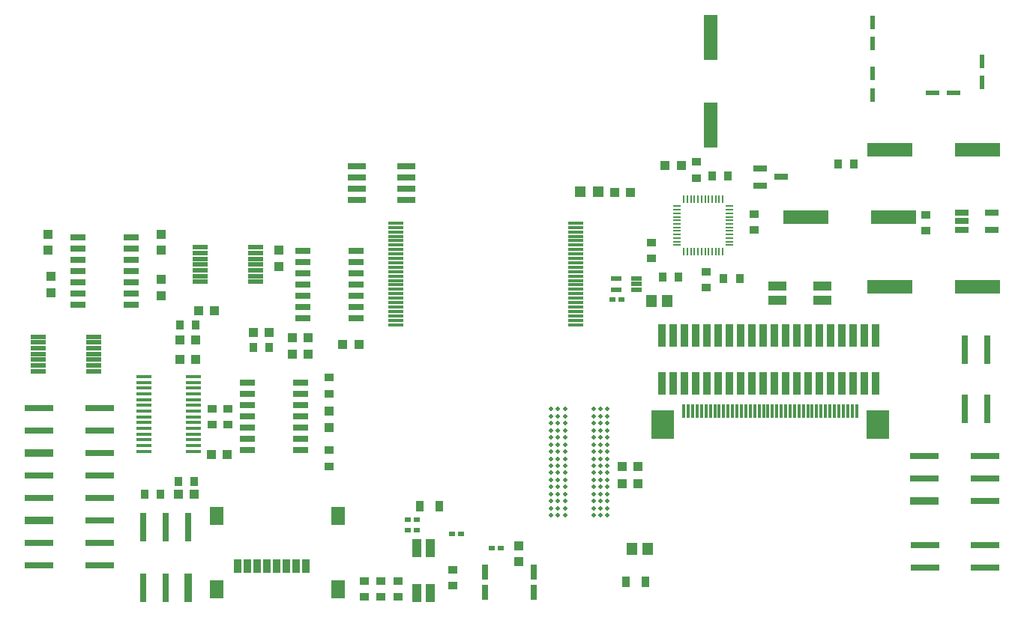
<source format=gbr>
G04 Layer_Color=8421504*
%FSLAX45Y45*%
%MOMM*%
%TF.FileFunction,Paste,Top*%
%TF.Part,Single*%
G01*
G75*
%TA.AperFunction,SMDPad,CuDef*%
%ADD21R,1.50000X0.60000*%
%ADD22R,1.70000X0.70000*%
%ADD23R,2.00000X0.70000*%
%ADD26R,1.50000X0.70000*%
%ADD31R,0.60000X1.50000*%
%ADD38R,3.20000X0.80000*%
%ADD39R,0.80000X3.20000*%
%ADD42R,1.20000X1.20000*%
%ADD117R,1.30000X0.50000*%
%ADD118R,1.80000X0.40000*%
%ADD119R,1.24300X1.37000*%
%ADD120R,0.90000X1.30000*%
%ADD121R,1.10000X1.10000*%
%ADD122R,1.10000X1.10000*%
%ADD123R,0.90000X1.10000*%
%TA.AperFunction,BGAPad,CuDef*%
%ADD124C,0.50000*%
%TA.AperFunction,SMDPad,CuDef*%
%ADD125R,0.65000X0.55000*%
%ADD126R,1.10000X0.90000*%
%ADD127R,1.80000X0.50000*%
%ADD128R,0.90000X2.60000*%
%ADD129R,0.95000X0.29000*%
%ADD130R,0.29000X0.95000*%
%ADD131R,1.50000X0.80000*%
%ADD132R,1.55000X2.10000*%
%ADD133R,0.90000X1.60000*%
%ADD134R,0.40000X1.60000*%
%ADD135R,2.60000X3.30000*%
%ADD136R,1.60000X5.10000*%
%ADD137R,5.10000X1.60000*%
%ADD138R,3.30000X0.90000*%
%ADD139R,0.90000X3.30000*%
%ADD140R,1.70000X0.45000*%
%ADD141R,2.10000X1.10000*%
%ADD142R,1.10000X2.10000*%
%ADD143R,0.80000X1.70000*%
G36*
X10747499Y10942500D02*
X10667500D01*
Y10957500D01*
X10747499D01*
Y10942500D01*
D02*
G37*
G36*
X10152499Y10982500D02*
X10072500D01*
Y10997500D01*
X10152499D01*
Y10982500D01*
D02*
G37*
G36*
X10747499D02*
X10667500D01*
Y10997500D01*
X10747499D01*
Y10982500D01*
D02*
G37*
G36*
X10152499Y10902500D02*
X10072500D01*
Y10917500D01*
X10152499D01*
Y10902500D01*
D02*
G37*
G36*
X10747499D02*
X10667500D01*
Y10917500D01*
X10747499D01*
Y10902500D01*
D02*
G37*
G36*
X10152499Y10942500D02*
X10072500D01*
Y10957500D01*
X10152499D01*
Y10942500D01*
D02*
G37*
G36*
X10747499Y11062500D02*
X10667500D01*
Y11077500D01*
X10747499D01*
Y11062500D01*
D02*
G37*
G36*
X10152499Y11102500D02*
X10072500D01*
Y11117500D01*
X10152499D01*
Y11102500D01*
D02*
G37*
G36*
X10747499D02*
X10667500D01*
Y11117500D01*
X10747499D01*
Y11102500D01*
D02*
G37*
G36*
X10152499Y11022500D02*
X10072500D01*
Y11037500D01*
X10152499D01*
Y11022500D01*
D02*
G37*
G36*
X10747499D02*
X10667500D01*
Y11037500D01*
X10747499D01*
Y11022500D01*
D02*
G37*
G36*
X10152499Y11062500D02*
X10072500D01*
Y11077500D01*
X10152499D01*
Y11062500D01*
D02*
G37*
G36*
X10317500Y10792500D02*
X10302500D01*
Y10872500D01*
X10317500D01*
Y10792500D01*
D02*
G37*
G36*
X10357499D02*
X10342500D01*
Y10872500D01*
X10357499D01*
Y10792500D01*
D02*
G37*
G36*
X10397499D02*
X10382499D01*
Y10872500D01*
X10397499D01*
Y10792500D01*
D02*
G37*
G36*
X10197500D02*
X10182500D01*
Y10872500D01*
X10197500D01*
Y10792500D01*
D02*
G37*
G36*
X10237499D02*
X10222499D01*
Y10872500D01*
X10237499D01*
Y10792500D01*
D02*
G37*
G36*
X10277499D02*
X10262499D01*
Y10872500D01*
X10277499D01*
Y10792500D01*
D02*
G37*
G36*
X10557500D02*
X10542499D01*
Y10872500D01*
X10557500D01*
Y10792500D01*
D02*
G37*
G36*
X10597500D02*
X10582500D01*
Y10872500D01*
X10597500D01*
Y10792500D01*
D02*
G37*
G36*
X10637499D02*
X10622499D01*
Y10872500D01*
X10637499D01*
Y10792500D01*
D02*
G37*
G36*
X10437500D02*
X10422500D01*
Y10872500D01*
X10437500D01*
Y10792500D01*
D02*
G37*
G36*
X10477499D02*
X10462500D01*
Y10872500D01*
X10477499D01*
Y10792500D01*
D02*
G37*
G36*
X10517499D02*
X10502499D01*
Y10872500D01*
X10517499D01*
Y10792500D01*
D02*
G37*
G36*
X10317500Y11387500D02*
X10302500D01*
Y11467500D01*
X10317500D01*
Y11387500D01*
D02*
G37*
G36*
X10357499D02*
X10342500D01*
Y11467500D01*
X10357499D01*
Y11387500D01*
D02*
G37*
G36*
X10397499D02*
X10382499D01*
Y11467500D01*
X10397499D01*
Y11387500D01*
D02*
G37*
G36*
X10197500D02*
X10182500D01*
Y11467500D01*
X10197500D01*
Y11387500D01*
D02*
G37*
G36*
X10237499D02*
X10222499D01*
Y11467500D01*
X10237499D01*
Y11387500D01*
D02*
G37*
G36*
X10277500D02*
X10262499D01*
Y11467500D01*
X10277500D01*
Y11387500D01*
D02*
G37*
G36*
X10557500D02*
X10542500D01*
Y11467500D01*
X10557500D01*
Y11387500D01*
D02*
G37*
G36*
X10597500D02*
X10582500D01*
Y11467500D01*
X10597500D01*
Y11387500D01*
D02*
G37*
G36*
X10637499D02*
X10622499D01*
Y11467500D01*
X10637499D01*
Y11387500D01*
D02*
G37*
G36*
X10437500D02*
X10422500D01*
Y11467500D01*
X10437500D01*
Y11387500D01*
D02*
G37*
G36*
X10477499D02*
X10462500D01*
Y11467500D01*
X10477499D01*
Y11387500D01*
D02*
G37*
G36*
X10517499D02*
X10502499D01*
Y11467500D01*
X10517499D01*
Y11387500D01*
D02*
G37*
G36*
X10747499Y11182500D02*
X10667500D01*
Y11197500D01*
X10747499D01*
Y11182500D01*
D02*
G37*
G36*
X10152499Y11222500D02*
X10072500D01*
Y11237500D01*
X10152499D01*
Y11222500D01*
D02*
G37*
G36*
X10747499D02*
X10667500D01*
Y11237500D01*
X10747499D01*
Y11222500D01*
D02*
G37*
G36*
X10152499Y11142500D02*
X10072500D01*
Y11157500D01*
X10152499D01*
Y11142500D01*
D02*
G37*
G36*
X10747499D02*
X10667500D01*
Y11157500D01*
X10747499D01*
Y11142500D01*
D02*
G37*
G36*
X10152499Y11182500D02*
X10072500D01*
Y11197500D01*
X10152499D01*
Y11182500D01*
D02*
G37*
G36*
X10747499Y11302500D02*
X10667500D01*
Y11317500D01*
X10747499D01*
Y11302500D01*
D02*
G37*
G36*
X10152499Y11342500D02*
X10072500D01*
Y11357500D01*
X10152499D01*
Y11342500D01*
D02*
G37*
G36*
X10747499D02*
X10667500D01*
Y11357500D01*
X10747499D01*
Y11342500D01*
D02*
G37*
G36*
Y11262500D02*
X10667500D01*
Y11277500D01*
X10747499D01*
Y11262500D01*
D02*
G37*
G36*
X10152499Y11262500D02*
X10072500D01*
Y11277500D01*
X10152499D01*
Y11262500D01*
D02*
G37*
G36*
Y11302500D02*
X10072500D01*
Y11317500D01*
X10152499D01*
Y11302500D01*
D02*
G37*
D21*
X12999921Y12630000D02*
D03*
X13240080D02*
D03*
D22*
X6492260Y10840999D02*
D03*
Y10713999D02*
D03*
Y10586999D02*
D03*
Y10459999D02*
D03*
Y10332999D02*
D03*
Y10205999D02*
D03*
Y10078999D02*
D03*
X5887740D02*
D03*
Y10205999D02*
D03*
Y10332999D02*
D03*
Y10459999D02*
D03*
Y10586999D02*
D03*
Y10713999D02*
D03*
Y10840999D02*
D03*
X3952259Y11001000D02*
D03*
Y10874000D02*
D03*
Y10747000D02*
D03*
Y10620000D02*
D03*
Y10493000D02*
D03*
Y10366000D02*
D03*
Y10239000D02*
D03*
X3347739D02*
D03*
Y10366000D02*
D03*
Y10493000D02*
D03*
Y10620000D02*
D03*
Y10747000D02*
D03*
Y10874000D02*
D03*
Y11001000D02*
D03*
X5257740Y9351000D02*
D03*
Y9224000D02*
D03*
Y9097000D02*
D03*
Y8970000D02*
D03*
Y8843000D02*
D03*
Y8716000D02*
D03*
Y8589000D02*
D03*
X5862260D02*
D03*
Y8716000D02*
D03*
Y8843000D02*
D03*
Y8970000D02*
D03*
Y9097000D02*
D03*
Y9224000D02*
D03*
Y9351000D02*
D03*
D23*
X6500600Y11423000D02*
D03*
Y11550000D02*
D03*
Y11677000D02*
D03*
Y11804000D02*
D03*
X7059400D02*
D03*
Y11677000D02*
D03*
Y11550000D02*
D03*
Y11423000D02*
D03*
D26*
X11285570Y11680000D02*
D03*
X11054430Y11584750D02*
D03*
Y11775250D02*
D03*
D31*
X13560001Y12990080D02*
D03*
Y12749920D02*
D03*
X12320000Y13430080D02*
D03*
Y13189920D02*
D03*
Y12850079D02*
D03*
Y12609920D02*
D03*
D38*
X3592900Y7545000D02*
D03*
Y7291000D02*
D03*
X2907100Y7545000D02*
D03*
Y7291000D02*
D03*
X3592900Y8307000D02*
D03*
Y8053000D02*
D03*
Y7799000D02*
D03*
X2907100Y8307000D02*
D03*
Y8053000D02*
D03*
Y8815000D02*
D03*
Y9069000D02*
D03*
X3592900Y8561000D02*
D03*
Y8815000D02*
D03*
Y9069000D02*
D03*
X13590199Y7517000D02*
D03*
Y7263000D02*
D03*
X12917101D02*
D03*
Y7517000D02*
D03*
X13592900Y8524000D02*
D03*
Y8270000D02*
D03*
Y8016000D02*
D03*
X12907100Y8524000D02*
D03*
Y8270000D02*
D03*
D39*
X4340000Y7037100D02*
D03*
X4086000D02*
D03*
X4594000Y7722900D02*
D03*
X4340000D02*
D03*
X4086000D02*
D03*
X13363000Y9057100D02*
D03*
X13617000D02*
D03*
Y9730200D02*
D03*
X13363000D02*
D03*
D42*
X9022500Y11512500D02*
D03*
X9222500D02*
D03*
D117*
X9656520Y10405000D02*
D03*
Y10470000D02*
D03*
Y10535000D02*
D03*
X9423480D02*
D03*
Y10405000D02*
D03*
D118*
X8970000Y10010000D02*
D03*
Y10060000D02*
D03*
Y10110000D02*
D03*
Y10160000D02*
D03*
Y10210000D02*
D03*
Y10260000D02*
D03*
Y10310000D02*
D03*
Y10360000D02*
D03*
Y10410000D02*
D03*
Y10460000D02*
D03*
Y10510000D02*
D03*
Y10560000D02*
D03*
Y10610000D02*
D03*
Y10660000D02*
D03*
Y10710000D02*
D03*
Y10760000D02*
D03*
Y10810000D02*
D03*
Y10860000D02*
D03*
Y10910000D02*
D03*
Y10960000D02*
D03*
Y11010000D02*
D03*
Y11060000D02*
D03*
Y11110000D02*
D03*
Y11160000D02*
D03*
X6940000Y10010000D02*
D03*
Y10060000D02*
D03*
Y10110000D02*
D03*
Y10160000D02*
D03*
Y10210000D02*
D03*
Y10260000D02*
D03*
Y10310000D02*
D03*
Y10360000D02*
D03*
Y10410000D02*
D03*
Y10460000D02*
D03*
Y10510000D02*
D03*
Y10560000D02*
D03*
Y10610000D02*
D03*
Y10660000D02*
D03*
Y10710000D02*
D03*
Y10760000D02*
D03*
Y10810000D02*
D03*
Y10860000D02*
D03*
Y10910000D02*
D03*
Y10960000D02*
D03*
Y11010000D02*
D03*
Y11060000D02*
D03*
Y11110000D02*
D03*
Y11160000D02*
D03*
D119*
X9601688Y7471270D02*
D03*
X9779488D02*
D03*
X9826688Y10281270D02*
D03*
X10004488D02*
D03*
D120*
X9540000Y7101270D02*
D03*
X9760000D02*
D03*
X7210000Y7960000D02*
D03*
X7430000D02*
D03*
D121*
X9493000Y8405000D02*
D03*
X9673000D02*
D03*
X4680000Y9840000D02*
D03*
X4500000D02*
D03*
X5510000Y9920000D02*
D03*
X5330000D02*
D03*
X4890000Y10170000D02*
D03*
X4710000D02*
D03*
X10160000Y11810000D02*
D03*
X9980000D02*
D03*
X5030000Y8540000D02*
D03*
X4850000D02*
D03*
X4680000Y9620000D02*
D03*
X4500000D02*
D03*
X5950000Y9860000D02*
D03*
X5770000D02*
D03*
X5950000Y9680000D02*
D03*
X5770000D02*
D03*
X4660000Y8090000D02*
D03*
X4480000D02*
D03*
X9407500Y11505000D02*
D03*
X9587500D02*
D03*
X9491000Y8215000D02*
D03*
X9671000D02*
D03*
X6520000Y9787500D02*
D03*
X6340000D02*
D03*
D122*
X8322500Y7327500D02*
D03*
Y7507500D02*
D03*
X4290000Y10340000D02*
D03*
Y10520001D02*
D03*
X3010000Y11030000D02*
D03*
Y10850000D02*
D03*
X4290000Y11030000D02*
D03*
Y10850000D02*
D03*
X3045000Y10375000D02*
D03*
Y10555000D02*
D03*
X5620000Y10670000D02*
D03*
Y10850000D02*
D03*
X6180000Y9030000D02*
D03*
Y8850000D02*
D03*
D123*
X4500000Y10010000D02*
D03*
X4680000D02*
D03*
X5330000Y9750000D02*
D03*
X5510000D02*
D03*
X9950000Y10550000D02*
D03*
X10130000D02*
D03*
X12110000Y11830000D02*
D03*
X11930000D02*
D03*
X4480000Y8240000D02*
D03*
X4660000D02*
D03*
X4100000Y8090000D02*
D03*
X4280000D02*
D03*
X10690000Y11690000D02*
D03*
X10510000D02*
D03*
X10640000Y10530000D02*
D03*
X10820000D02*
D03*
D124*
X9247982Y8415520D02*
D03*
X9327982Y7855520D02*
D03*
Y7935520D02*
D03*
Y8015520D02*
D03*
Y8095520D02*
D03*
Y8175520D02*
D03*
Y8255520D02*
D03*
Y8335520D02*
D03*
Y8415520D02*
D03*
Y8495520D02*
D03*
Y8575521D02*
D03*
Y8655521D02*
D03*
Y8735521D02*
D03*
Y8815521D02*
D03*
Y8895521D02*
D03*
Y8975521D02*
D03*
Y9055521D02*
D03*
X9247982Y7855520D02*
D03*
Y7935520D02*
D03*
Y8015520D02*
D03*
Y8095520D02*
D03*
Y8175520D02*
D03*
Y8255520D02*
D03*
Y8335520D02*
D03*
Y8495520D02*
D03*
Y8575521D02*
D03*
Y8655521D02*
D03*
Y8735521D02*
D03*
Y8815521D02*
D03*
Y8895521D02*
D03*
Y8975521D02*
D03*
Y9055521D02*
D03*
X9167982Y7855520D02*
D03*
Y7935520D02*
D03*
Y8015520D02*
D03*
Y8095520D02*
D03*
Y8175520D02*
D03*
Y8255520D02*
D03*
Y8495520D02*
D03*
Y8575521D02*
D03*
Y8655521D02*
D03*
Y8735521D02*
D03*
Y8815521D02*
D03*
Y8895521D02*
D03*
Y8975521D02*
D03*
Y9055521D02*
D03*
X8847981Y7855520D02*
D03*
Y7935520D02*
D03*
Y8015520D02*
D03*
Y8095520D02*
D03*
Y8175520D02*
D03*
Y8255520D02*
D03*
Y8335520D02*
D03*
Y8415520D02*
D03*
Y8495520D02*
D03*
Y8735521D02*
D03*
Y8815521D02*
D03*
Y8895521D02*
D03*
Y8975521D02*
D03*
Y9055521D02*
D03*
X8767981Y7855520D02*
D03*
Y7935520D02*
D03*
Y8015520D02*
D03*
Y8095520D02*
D03*
Y8175520D02*
D03*
Y8255520D02*
D03*
Y8335520D02*
D03*
Y8415520D02*
D03*
Y8495520D02*
D03*
Y8575521D02*
D03*
Y8655521D02*
D03*
Y8735521D02*
D03*
Y8815521D02*
D03*
Y8895521D02*
D03*
Y8975521D02*
D03*
Y9055521D02*
D03*
X8687981Y7855520D02*
D03*
Y7935520D02*
D03*
Y8015520D02*
D03*
Y8095520D02*
D03*
Y8175520D02*
D03*
Y8255520D02*
D03*
Y8335520D02*
D03*
Y8415520D02*
D03*
Y8495520D02*
D03*
Y8575521D02*
D03*
Y8655521D02*
D03*
Y8735521D02*
D03*
Y8815521D02*
D03*
Y8895521D02*
D03*
Y8975521D02*
D03*
Y9055521D02*
D03*
X8847981Y8655521D02*
D03*
Y8575521D02*
D03*
X9167982Y8415520D02*
D03*
Y8335520D02*
D03*
D125*
X7068270Y7804348D02*
D03*
X7169870D02*
D03*
X7068399Y7690000D02*
D03*
X7170000D02*
D03*
X7670800Y7642500D02*
D03*
X7569200D02*
D03*
X8016700Y7482500D02*
D03*
X8118300D02*
D03*
X9381700Y10292500D02*
D03*
X9483300D02*
D03*
D126*
X6960000Y7110000D02*
D03*
Y6930000D02*
D03*
X6770000Y7110000D02*
D03*
Y6930000D02*
D03*
X6580000Y7110000D02*
D03*
Y6930000D02*
D03*
X9820000Y10760000D02*
D03*
Y10940000D02*
D03*
X10330000Y11850000D02*
D03*
Y11670000D02*
D03*
X12920000Y11250000D02*
D03*
Y11070000D02*
D03*
X4860000Y9060000D02*
D03*
Y8880000D02*
D03*
X5040000Y9060000D02*
D03*
Y8880000D02*
D03*
X6180000Y8410000D02*
D03*
Y8590000D02*
D03*
Y9410000D02*
D03*
Y9230000D02*
D03*
X10980000Y11080000D02*
D03*
Y11260000D02*
D03*
X10439999Y10610000D02*
D03*
Y10430000D02*
D03*
X7580000Y7240000D02*
D03*
Y7060000D02*
D03*
D127*
X5352420Y10495000D02*
D03*
Y10560000D02*
D03*
Y10625000D02*
D03*
Y10690000D02*
D03*
Y10755000D02*
D03*
Y10820000D02*
D03*
Y10885000D02*
D03*
X4727580Y10885000D02*
D03*
Y10820000D02*
D03*
Y10755000D02*
D03*
Y10690000D02*
D03*
Y10625000D02*
D03*
Y10560000D02*
D03*
Y10495000D02*
D03*
X3522420Y9485000D02*
D03*
Y9550000D02*
D03*
Y9615000D02*
D03*
Y9680000D02*
D03*
Y9745000D02*
D03*
Y9810000D02*
D03*
Y9875000D02*
D03*
X2897580Y9875000D02*
D03*
Y9810000D02*
D03*
Y9745000D02*
D03*
Y9680000D02*
D03*
Y9615000D02*
D03*
Y9550000D02*
D03*
Y9485000D02*
D03*
D128*
X9946000Y9350000D02*
D03*
X11978000D02*
D03*
X12105000D02*
D03*
X11851000D02*
D03*
X11724000D02*
D03*
X11597000D02*
D03*
X11470000D02*
D03*
X11343000D02*
D03*
X11216000D02*
D03*
X11089000D02*
D03*
X10962000D02*
D03*
X10835000D02*
D03*
X10708000D02*
D03*
X10581000D02*
D03*
X10454000D02*
D03*
X10327000D02*
D03*
X10200000D02*
D03*
X10073000D02*
D03*
X9946000Y9890000D02*
D03*
X10073000D02*
D03*
X10200000D02*
D03*
X10327000D02*
D03*
X10454000D02*
D03*
X10581000D02*
D03*
X10708000D02*
D03*
X10835000D02*
D03*
X10962000D02*
D03*
X11089000D02*
D03*
X11216000D02*
D03*
X11343000D02*
D03*
X11470000D02*
D03*
X11597000D02*
D03*
X11724000D02*
D03*
X11978000D02*
D03*
X12105000D02*
D03*
X11851000D02*
D03*
X12232000Y9350000D02*
D03*
Y9890000D02*
D03*
X12359000D02*
D03*
Y9350000D02*
D03*
D129*
X10112499Y11350000D02*
D03*
Y11310000D02*
D03*
Y11270000D02*
D03*
Y11230000D02*
D03*
Y11190000D02*
D03*
Y11150000D02*
D03*
Y11110000D02*
D03*
Y11070000D02*
D03*
Y11030000D02*
D03*
Y10990000D02*
D03*
Y10950000D02*
D03*
Y10910000D02*
D03*
X10707500D02*
D03*
Y10950000D02*
D03*
Y10990000D02*
D03*
Y11030000D02*
D03*
Y11070000D02*
D03*
Y11110000D02*
D03*
Y11150000D02*
D03*
Y11190000D02*
D03*
Y11230000D02*
D03*
Y11270000D02*
D03*
Y11310000D02*
D03*
Y11350000D02*
D03*
D130*
X10189999Y10832500D02*
D03*
X10230000D02*
D03*
X10270000D02*
D03*
X10309999D02*
D03*
X10350000D02*
D03*
X10390000D02*
D03*
X10429999D02*
D03*
X10469999D02*
D03*
X10510000D02*
D03*
X10549999D02*
D03*
X10589999D02*
D03*
X10630000D02*
D03*
Y11427500D02*
D03*
X10589999D02*
D03*
X10549999D02*
D03*
X10510000D02*
D03*
X10469999D02*
D03*
X10429999D02*
D03*
X10390000D02*
D03*
X10350000D02*
D03*
X10309999D02*
D03*
X10270000D02*
D03*
X10230000D02*
D03*
X10189999D02*
D03*
D131*
X13332300Y11275000D02*
D03*
Y11180000D02*
D03*
Y11085000D02*
D03*
X13667700D02*
D03*
Y11275000D02*
D03*
D132*
X6287500Y7020000D02*
D03*
X4912500D02*
D03*
Y7850000D02*
D03*
X6287500D02*
D03*
D133*
X5920000Y7280000D02*
D03*
X5150000D02*
D03*
X5810000D02*
D03*
X5480000D02*
D03*
X5590000D02*
D03*
X5370000D02*
D03*
X5260000D02*
D03*
X5700000D02*
D03*
D134*
X10190000Y9030000D02*
D03*
X10240000D02*
D03*
X10290000D02*
D03*
X10340000D02*
D03*
X10390000D02*
D03*
X10440000D02*
D03*
X10490000D02*
D03*
X10540000D02*
D03*
X10590000D02*
D03*
X10640000D02*
D03*
X10690000D02*
D03*
X10740000D02*
D03*
X10790000D02*
D03*
X10840000D02*
D03*
X10890000D02*
D03*
X10940000D02*
D03*
X10990000D02*
D03*
X11040000D02*
D03*
X11090000D02*
D03*
X11140000D02*
D03*
X11190000D02*
D03*
X11240000D02*
D03*
X11290000D02*
D03*
X11340000D02*
D03*
X11390000D02*
D03*
X11440000D02*
D03*
X11490000D02*
D03*
X11540000D02*
D03*
X11590000D02*
D03*
X11640000D02*
D03*
X11690000D02*
D03*
X11740000D02*
D03*
X11790000D02*
D03*
X11840000D02*
D03*
X11890000D02*
D03*
X11940000D02*
D03*
X11990000D02*
D03*
X12040000D02*
D03*
X12090000D02*
D03*
X12140000D02*
D03*
D135*
X9948700Y8877600D02*
D03*
X12381300D02*
D03*
D136*
X10490000Y13260600D02*
D03*
Y12270000D02*
D03*
D137*
X13505299Y11990000D02*
D03*
X12514700D02*
D03*
X13505299Y10440000D02*
D03*
X12514700D02*
D03*
X11564700Y11230000D02*
D03*
X12555300D02*
D03*
D138*
X2907100Y7799000D02*
D03*
Y8561000D02*
D03*
X12907100Y8016000D02*
D03*
D139*
X4594000Y7037100D02*
D03*
D140*
X4090000Y8902500D02*
D03*
Y8772500D02*
D03*
Y8642499D02*
D03*
Y8577499D02*
D03*
Y8707499D02*
D03*
Y8837500D02*
D03*
Y9422501D02*
D03*
Y9292501D02*
D03*
Y9162500D02*
D03*
Y9032500D02*
D03*
Y8967500D02*
D03*
Y9097500D02*
D03*
Y9227500D02*
D03*
Y9357501D02*
D03*
X4650000Y8577499D02*
D03*
Y8642499D02*
D03*
Y8967500D02*
D03*
Y9097500D02*
D03*
Y9162500D02*
D03*
Y9032500D02*
D03*
Y8772500D02*
D03*
Y8902500D02*
D03*
Y8837500D02*
D03*
Y8707499D02*
D03*
Y9292501D02*
D03*
Y9422501D02*
D03*
Y9357501D02*
D03*
Y9227500D02*
D03*
D141*
X11754000Y10290000D02*
D03*
Y10450000D02*
D03*
X11246000Y10290000D02*
D03*
Y10450000D02*
D03*
D142*
X7330000Y7484000D02*
D03*
X7170000D02*
D03*
X7330000Y6976000D02*
D03*
X7170000D02*
D03*
D143*
X8495000Y7215000D02*
D03*
X7945000D02*
D03*
X8495000Y6985000D02*
D03*
X7945000D02*
D03*
%TF.MD5,24d05c30978ea961e59947f7fb8daae6*%
M02*

</source>
